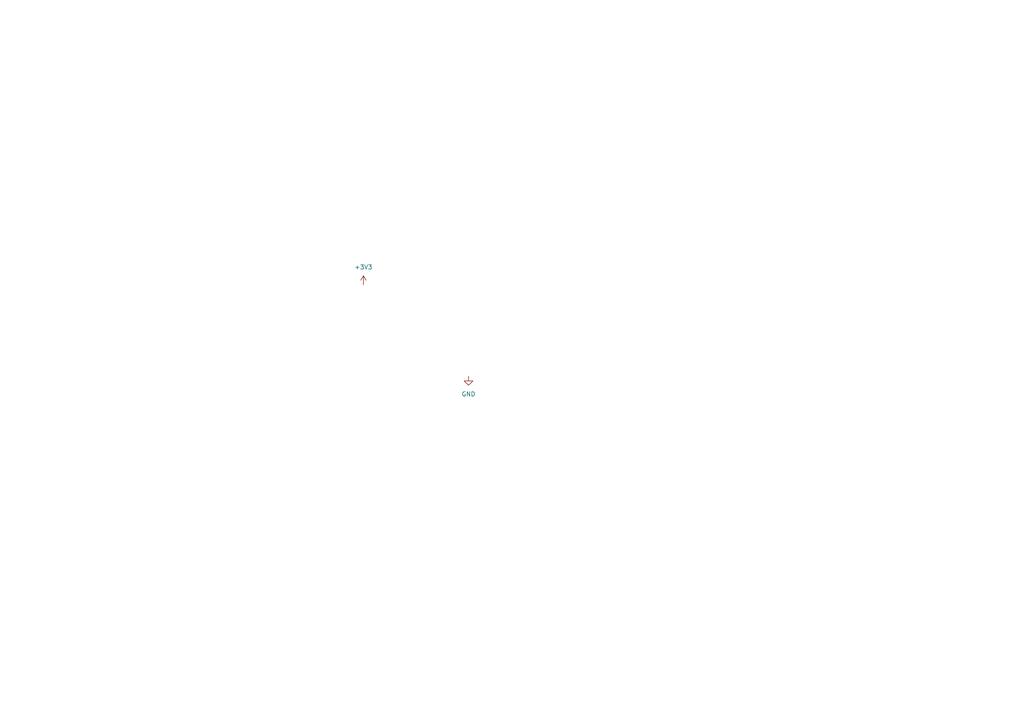
<source format=kicad_sch>
(kicad_sch (version 20250114) (generator "eeschema") (generator_version "9.0")
  (paper "A4")
  (lib_symbols
    (symbol "power:+3V3" (power) (pin_numbers (hide yes)) (pin_names (offset 0) (hide yes))
      (property "Value" "+3V3" (at 0 3.556 0))
      (symbol "+3V3_0_1"
        (polyline (pts (xy -0.762 1.27) (xy 0 2.54)))
        (polyline (pts (xy 0 2.54) (xy 0.762 1.27)))
        (polyline (pts (xy 0 0) (xy 0 2.54)))
      )
      (symbol "+3V3_1_1"
        (pin power_in line (at 0 0 90) (length 0) (name "~") (number "1"))
      )
    )
    (symbol "power:GND" (power) (pin_numbers (hide yes)) (pin_names (offset 0) (hide yes))
      (property "Value" "GND" (at 0 -3.81 0))
      (symbol "GND_0_1"
        (polyline (pts (xy 0 0) (xy 0 -1.27) (xy 1.27 -1.27) (xy 0 -2.54) (xy -1.27 -1.27) (xy 0 -1.27)))
      )
      (symbol "GND_1_1"
        (pin power_in line (at 0 0 270) (length 0) (name "~") (number "1"))
      )
    )
  )
  (symbol (lib_id "power:GND") (at 135.89 109.22 0) (unit 1)
    (property "Reference" "#PWR02" (effects (hide yes)))
    (property "Value" "GND" (at 135.89 114.3 0))
    (property "Description" "Power symbol creates a global label with name \"GND\" , ground" (effects (hide yes)))
  )
  (symbol (lib_id "power:+3V3") (at 105.41 82.55 0) (unit 1)
    (property "Reference" "#PWR01" (effects (hide yes)))
    (property "Value" "+3V3" (at 105.41 77.47 0))
    (property "Description" "Power symbol creates a global label with name \"+3V3\"" (effects (hide yes)))
  )
)
</source>
